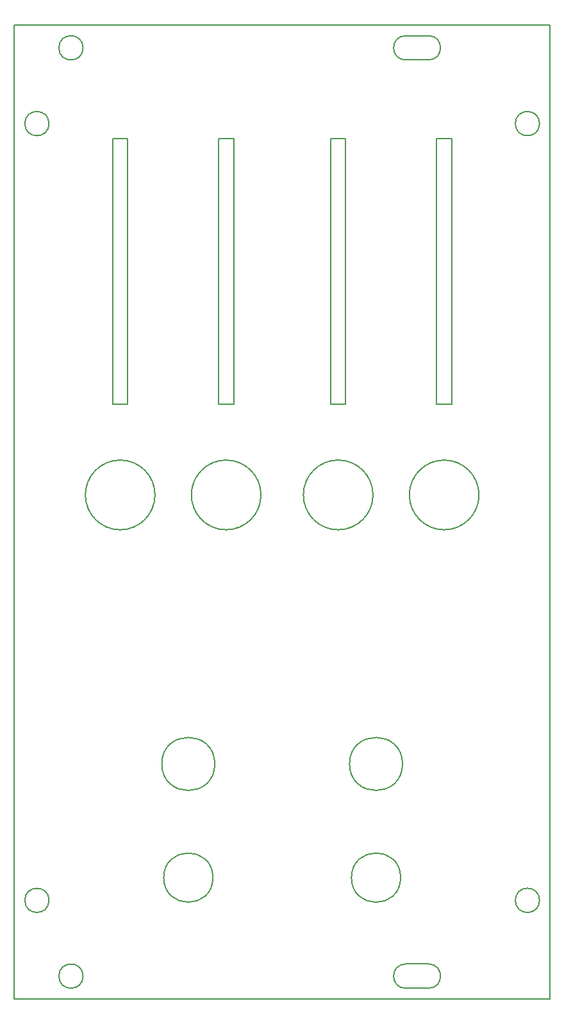
<source format=gbr>
G04 #@! TF.GenerationSoftware,KiCad,Pcbnew,(5.0.2-5-10.14)*
G04 #@! TF.CreationDate,2019-06-16T16:00:31-04:00*
G04 #@! TF.ProjectId,panel,70616e65-6c2e-46b6-9963-61645f706362,rev?*
G04 #@! TF.SameCoordinates,Original*
G04 #@! TF.FileFunction,Profile,NP*
%FSLAX46Y46*%
G04 Gerber Fmt 4.6, Leading zero omitted, Abs format (unit mm)*
G04 Created by KiCad (PCBNEW (5.0.2-5-10.14)) date Sunday, June 16, 2019 at 04:00:31 PM*
%MOMM*%
%LPD*%
G01*
G04 APERTURE LIST*
%ADD10C,0.200000*%
G04 APERTURE END LIST*
D10*
X19250000Y-19750000D02*
X90050000Y-19750000D01*
X48250000Y-69750000D02*
X48250000Y-34750000D01*
X73970000Y-24350000D02*
X70970000Y-24350000D01*
X46250000Y-34750000D02*
X46250000Y-69750000D01*
X70550000Y-117250000D02*
G75*
G03X70550000Y-117250000I-3500000J0D01*
G01*
X88650000Y-32750000D02*
G75*
G03X88650000Y-32750000I-1600000J0D01*
G01*
X70970000Y-24350000D02*
G75*
G02X70970000Y-21150000I0J1600000D01*
G01*
X34250000Y-34750000D02*
X32250000Y-34750000D01*
X77050000Y-34750000D02*
X77050000Y-69750000D01*
X70970000Y-21150000D02*
X73970000Y-21150000D01*
X73970000Y-146850000D02*
X70970000Y-146850000D01*
X66650001Y-81750000D02*
G75*
G03X66650001Y-81750000I-4600001J0D01*
G01*
X32250000Y-34750000D02*
X32250000Y-69750000D01*
X23850000Y-32750000D02*
G75*
G03X23850000Y-32750000I-1600000J0D01*
G01*
X32250000Y-69750000D02*
X34250000Y-69750000D01*
X80650001Y-81750000D02*
G75*
G03X80650001Y-81750000I-4600001J0D01*
G01*
X63050000Y-34750000D02*
X63050000Y-69750000D01*
X75050000Y-34750000D02*
X77050000Y-34750000D01*
X61050000Y-69750000D02*
X61050000Y-34750000D01*
X46250000Y-69750000D02*
X48250000Y-69750000D01*
X37850000Y-81750000D02*
G75*
G03X37850000Y-81750000I-4600000J0D01*
G01*
X90050000Y-19750000D02*
X90050000Y-148250000D01*
X88650000Y-135250000D02*
G75*
G03X88650000Y-135250000I-1600000J0D01*
G01*
X19250000Y-148250000D02*
X19250000Y-19750000D01*
X61050000Y-34750000D02*
X63050000Y-34750000D01*
X34250000Y-69750000D02*
X34250000Y-34750000D01*
X28350001Y-22750000D02*
G75*
G03X28350001Y-22750000I-1600001J0D01*
G01*
X51850000Y-81750000D02*
G75*
G03X51850000Y-81750000I-4600000J0D01*
G01*
X90050000Y-148250000D02*
X19250000Y-148250000D01*
X63050000Y-69750000D02*
X61050000Y-69750000D01*
X23850000Y-135250000D02*
G75*
G03X23850000Y-135250000I-1600000J0D01*
G01*
X70300000Y-132250000D02*
G75*
G03X70300000Y-132250000I-3250000J0D01*
G01*
X73970000Y-21150000D02*
G75*
G02X73970000Y-24350000I0J-1600000D01*
G01*
X45500000Y-132250000D02*
G75*
G03X45500000Y-132250000I-3250000J0D01*
G01*
X73970000Y-143650000D02*
G75*
G02X73970000Y-146850000I0J-1600000D01*
G01*
X70970000Y-146850000D02*
G75*
G02X70970000Y-143650000I0J1600000D01*
G01*
X77050000Y-69750000D02*
X75050000Y-69750000D01*
X48250000Y-34750000D02*
X46250000Y-34750000D01*
X70970000Y-143650000D02*
X73970000Y-143650000D01*
X45750000Y-117250000D02*
G75*
G03X45750000Y-117250000I-3500000J0D01*
G01*
X28350001Y-145250000D02*
G75*
G03X28350001Y-145250000I-1600001J0D01*
G01*
X75050000Y-69750000D02*
X75050000Y-34750000D01*
M02*

</source>
